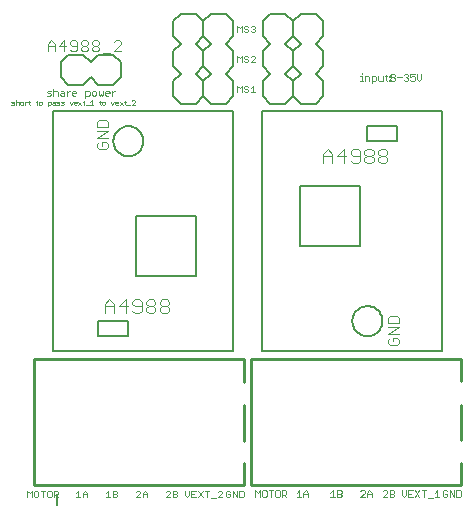
<source format=gto>
G75*
G70*
%OFA0B0*%
%FSLAX24Y24*%
%IPPOS*%
%LPD*%
%AMOC8*
5,1,8,0,0,1.08239X$1,22.5*
%
%ADD10C,0.0050*%
%ADD11C,0.0040*%
%ADD12C,0.0030*%
%ADD13C,0.0080*%
%ADD14C,0.0100*%
%ADD15C,0.0020*%
%ADD16C,0.0010*%
D10*
X001425Y000258D02*
X001425Y000633D01*
X001300Y005383D02*
X001300Y013383D01*
X007300Y013383D01*
X007300Y005383D01*
X001300Y005383D01*
X002800Y005883D02*
X002800Y006383D01*
X003800Y006383D01*
X003800Y005883D01*
X002800Y005883D01*
X004050Y007883D02*
X004050Y009883D01*
X006050Y009883D01*
X006050Y007883D01*
X004050Y007883D01*
X003800Y011883D02*
X003756Y011885D01*
X003713Y011891D01*
X003671Y011900D01*
X003629Y011913D01*
X003589Y011930D01*
X003550Y011950D01*
X003513Y011973D01*
X003479Y012000D01*
X003446Y012029D01*
X003417Y012062D01*
X003390Y012096D01*
X003367Y012133D01*
X003347Y012172D01*
X003330Y012212D01*
X003317Y012254D01*
X003308Y012296D01*
X003302Y012339D01*
X003300Y012383D01*
X003302Y012427D01*
X003308Y012470D01*
X003317Y012512D01*
X003330Y012554D01*
X003347Y012594D01*
X003367Y012633D01*
X003390Y012670D01*
X003417Y012704D01*
X003446Y012737D01*
X003479Y012766D01*
X003513Y012793D01*
X003550Y012816D01*
X003589Y012836D01*
X003629Y012853D01*
X003671Y012866D01*
X003713Y012875D01*
X003756Y012881D01*
X003800Y012883D01*
X003844Y012881D01*
X003887Y012875D01*
X003929Y012866D01*
X003971Y012853D01*
X004011Y012836D01*
X004050Y012816D01*
X004087Y012793D01*
X004121Y012766D01*
X004154Y012737D01*
X004183Y012704D01*
X004210Y012670D01*
X004233Y012633D01*
X004253Y012594D01*
X004270Y012554D01*
X004283Y012512D01*
X004292Y012470D01*
X004298Y012427D01*
X004300Y012383D01*
X004298Y012339D01*
X004292Y012296D01*
X004283Y012254D01*
X004270Y012212D01*
X004253Y012172D01*
X004233Y012133D01*
X004210Y012096D01*
X004183Y012062D01*
X004154Y012029D01*
X004121Y012000D01*
X004087Y011973D01*
X004050Y011950D01*
X004011Y011930D01*
X003971Y011913D01*
X003929Y011900D01*
X003887Y011891D01*
X003844Y011885D01*
X003800Y011883D01*
X008271Y013388D02*
X008271Y005388D01*
X014271Y005388D01*
X014271Y013388D01*
X008271Y013388D01*
X009521Y010888D02*
X009521Y008888D01*
X011521Y008888D01*
X011521Y010888D01*
X009521Y010888D01*
X011771Y012388D02*
X012771Y012388D01*
X012771Y012888D01*
X011771Y012888D01*
X011771Y012388D01*
X011771Y006888D02*
X011815Y006886D01*
X011858Y006880D01*
X011900Y006871D01*
X011942Y006858D01*
X011982Y006841D01*
X012021Y006821D01*
X012058Y006798D01*
X012092Y006771D01*
X012125Y006742D01*
X012154Y006709D01*
X012181Y006675D01*
X012204Y006638D01*
X012224Y006599D01*
X012241Y006559D01*
X012254Y006517D01*
X012263Y006475D01*
X012269Y006432D01*
X012271Y006388D01*
X012269Y006344D01*
X012263Y006301D01*
X012254Y006259D01*
X012241Y006217D01*
X012224Y006177D01*
X012204Y006138D01*
X012181Y006101D01*
X012154Y006067D01*
X012125Y006034D01*
X012092Y006005D01*
X012058Y005978D01*
X012021Y005955D01*
X011982Y005935D01*
X011942Y005918D01*
X011900Y005905D01*
X011858Y005896D01*
X011815Y005890D01*
X011771Y005888D01*
X011727Y005890D01*
X011684Y005896D01*
X011642Y005905D01*
X011600Y005918D01*
X011560Y005935D01*
X011521Y005955D01*
X011484Y005978D01*
X011450Y006005D01*
X011417Y006034D01*
X011388Y006067D01*
X011361Y006101D01*
X011338Y006138D01*
X011318Y006177D01*
X011301Y006217D01*
X011288Y006259D01*
X011279Y006301D01*
X011273Y006344D01*
X011271Y006388D01*
X011273Y006432D01*
X011279Y006475D01*
X011288Y006517D01*
X011301Y006559D01*
X011318Y006599D01*
X011338Y006638D01*
X011361Y006675D01*
X011388Y006709D01*
X011417Y006742D01*
X011450Y006771D01*
X011484Y006798D01*
X011521Y006821D01*
X011560Y006841D01*
X011600Y006858D01*
X011642Y006871D01*
X011684Y006880D01*
X011727Y006886D01*
X011771Y006888D01*
D11*
X011749Y011658D02*
X011672Y011735D01*
X011672Y011812D01*
X011749Y011888D01*
X011903Y011888D01*
X011979Y011812D01*
X011979Y011735D01*
X011903Y011658D01*
X011749Y011658D01*
X011749Y011888D02*
X011672Y011965D01*
X011672Y012042D01*
X011749Y012119D01*
X011903Y012119D01*
X011979Y012042D01*
X011979Y011965D01*
X011903Y011888D01*
X012133Y011812D02*
X012133Y011735D01*
X012210Y011658D01*
X012363Y011658D01*
X012440Y011735D01*
X012440Y011812D01*
X012363Y011888D01*
X012210Y011888D01*
X012133Y011965D01*
X012133Y012042D01*
X012210Y012119D01*
X012363Y012119D01*
X012440Y012042D01*
X012440Y011965D01*
X012363Y011888D01*
X012210Y011888D02*
X012133Y011812D01*
X011519Y011888D02*
X011289Y011888D01*
X011212Y011965D01*
X011212Y012042D01*
X011289Y012119D01*
X011442Y012119D01*
X011519Y012042D01*
X011519Y011735D01*
X011442Y011658D01*
X011289Y011658D01*
X011212Y011735D01*
X011059Y011888D02*
X010752Y011888D01*
X010982Y012119D01*
X010982Y011658D01*
X010598Y011658D02*
X010598Y011965D01*
X010445Y012119D01*
X010291Y011965D01*
X010291Y011658D01*
X010291Y011888D02*
X010598Y011888D01*
X005167Y007036D02*
X005167Y006959D01*
X005090Y006883D01*
X004936Y006883D01*
X004860Y006959D01*
X004860Y007036D01*
X004936Y007113D01*
X005090Y007113D01*
X005167Y007036D01*
X005090Y006883D02*
X005167Y006806D01*
X005167Y006729D01*
X005090Y006653D01*
X004936Y006653D01*
X004860Y006729D01*
X004860Y006806D01*
X004936Y006883D01*
X004706Y006959D02*
X004630Y006883D01*
X004476Y006883D01*
X004399Y006959D01*
X004399Y007036D01*
X004476Y007113D01*
X004630Y007113D01*
X004706Y007036D01*
X004706Y006959D01*
X004630Y006883D02*
X004706Y006806D01*
X004706Y006729D01*
X004630Y006653D01*
X004476Y006653D01*
X004399Y006729D01*
X004399Y006806D01*
X004476Y006883D01*
X004246Y006883D02*
X004016Y006883D01*
X003939Y006959D01*
X003939Y007036D01*
X004016Y007113D01*
X004169Y007113D01*
X004246Y007036D01*
X004246Y006729D01*
X004169Y006653D01*
X004016Y006653D01*
X003939Y006729D01*
X003785Y006883D02*
X003479Y006883D01*
X003709Y007113D01*
X003709Y006653D01*
X003325Y006653D02*
X003325Y006959D01*
X003172Y007113D01*
X003018Y006959D01*
X003018Y006653D01*
X003018Y006883D02*
X003325Y006883D01*
D12*
X003058Y012113D02*
X002812Y012113D01*
X002750Y012174D01*
X002750Y012298D01*
X002812Y012359D01*
X002935Y012359D02*
X002935Y012236D01*
X002935Y012359D02*
X003058Y012359D01*
X003120Y012298D01*
X003120Y012174D01*
X003058Y012113D01*
X003120Y012481D02*
X002750Y012481D01*
X003120Y012728D01*
X002750Y012728D01*
X002750Y012849D02*
X002750Y013034D01*
X002812Y013096D01*
X003058Y013096D01*
X003120Y013034D01*
X003120Y012849D01*
X002750Y012849D01*
X002953Y015311D02*
X003200Y015311D01*
X003322Y015373D02*
X003569Y015619D01*
X003569Y015681D01*
X003507Y015743D01*
X003384Y015743D01*
X003322Y015681D01*
X003322Y015373D02*
X003569Y015373D01*
X002832Y015434D02*
X002770Y015373D01*
X002647Y015373D01*
X002585Y015434D01*
X002585Y015496D01*
X002647Y015558D01*
X002770Y015558D01*
X002832Y015496D01*
X002832Y015434D01*
X002770Y015558D02*
X002832Y015619D01*
X002832Y015681D01*
X002770Y015743D01*
X002647Y015743D01*
X002585Y015681D01*
X002585Y015619D01*
X002647Y015558D01*
X002464Y015619D02*
X002402Y015558D01*
X002279Y015558D01*
X002217Y015619D01*
X002217Y015681D01*
X002279Y015743D01*
X002402Y015743D01*
X002464Y015681D01*
X002464Y015619D01*
X002402Y015558D02*
X002464Y015496D01*
X002464Y015434D01*
X002402Y015373D01*
X002279Y015373D01*
X002217Y015434D01*
X002217Y015496D01*
X002279Y015558D01*
X002095Y015558D02*
X001910Y015558D01*
X001849Y015619D01*
X001849Y015681D01*
X001910Y015743D01*
X002034Y015743D01*
X002095Y015681D01*
X002095Y015434D01*
X002034Y015373D01*
X001910Y015373D01*
X001849Y015434D01*
X001727Y015558D02*
X001480Y015558D01*
X001665Y015743D01*
X001665Y015373D01*
X001359Y015373D02*
X001359Y015619D01*
X001235Y015743D01*
X001112Y015619D01*
X001112Y015373D01*
X001112Y015558D02*
X001359Y015558D01*
X012451Y006505D02*
X012451Y006320D01*
X012821Y006320D01*
X012821Y006505D01*
X012760Y006567D01*
X012513Y006567D01*
X012451Y006505D01*
X012451Y006198D02*
X012821Y006198D01*
X012451Y005952D01*
X012821Y005952D01*
X012760Y005830D02*
X012636Y005830D01*
X012636Y005707D01*
X012513Y005830D02*
X012451Y005768D01*
X012451Y005645D01*
X012513Y005583D01*
X012760Y005583D01*
X012821Y005645D01*
X012821Y005768D01*
X012760Y005830D01*
D13*
X010054Y013633D02*
X009554Y013633D01*
X009304Y013883D01*
X009304Y014383D01*
X009554Y014633D01*
X009304Y014883D01*
X009304Y015383D01*
X009554Y015633D01*
X009304Y015883D01*
X009304Y016383D01*
X009554Y016633D01*
X010054Y016633D01*
X010304Y016383D01*
X010304Y015883D01*
X010054Y015633D01*
X010304Y015383D01*
X010304Y014883D01*
X010054Y014633D01*
X010304Y014383D01*
X010304Y013883D01*
X010054Y013633D01*
X009276Y013885D02*
X009026Y013635D01*
X008526Y013635D01*
X008276Y013885D01*
X008276Y014385D01*
X008526Y014635D01*
X008276Y014885D01*
X008276Y015385D01*
X008526Y015635D01*
X008276Y015885D01*
X008276Y016385D01*
X008526Y016635D01*
X009026Y016635D01*
X009276Y016385D01*
X009276Y015885D01*
X009026Y015635D01*
X009276Y015385D01*
X009276Y014885D01*
X009026Y014635D01*
X009276Y014385D01*
X009276Y013885D01*
X007300Y013883D02*
X007050Y013633D01*
X006550Y013633D01*
X006300Y013883D01*
X006300Y014383D01*
X006550Y014633D01*
X006300Y014883D01*
X006300Y015383D01*
X006550Y015633D01*
X006300Y015883D01*
X006300Y016383D01*
X006550Y016633D01*
X007050Y016633D01*
X007300Y016383D01*
X007300Y015883D01*
X007050Y015633D01*
X007300Y015383D01*
X007300Y014883D01*
X007050Y014633D01*
X007300Y014383D01*
X007300Y013883D01*
X006300Y013883D02*
X006050Y013633D01*
X005550Y013633D01*
X005300Y013883D01*
X005300Y014383D01*
X005550Y014633D01*
X005300Y014883D01*
X005300Y015383D01*
X005550Y015633D01*
X005300Y015883D01*
X005300Y016383D01*
X005550Y016633D01*
X006050Y016633D01*
X006300Y016383D01*
X006300Y015883D01*
X006050Y015633D01*
X006300Y015383D01*
X006300Y014883D01*
X006050Y014633D01*
X006300Y014383D01*
X006300Y013883D01*
X003550Y014508D02*
X003300Y014258D01*
X002800Y014258D01*
X002550Y014508D01*
X002300Y014258D01*
X001800Y014258D01*
X001550Y014508D01*
X001550Y015008D01*
X001800Y015258D01*
X002300Y015258D01*
X002550Y015008D01*
X002800Y015258D01*
X003300Y015258D01*
X003550Y015008D01*
X003550Y014508D01*
D14*
X000646Y005111D02*
X007654Y005111D01*
X007654Y004370D01*
X007876Y005115D02*
X014884Y005115D01*
X014884Y004375D01*
X014884Y003588D02*
X014884Y002407D01*
X014884Y001659D02*
X014884Y000911D01*
X007876Y000911D01*
X007876Y005115D01*
X007654Y003583D02*
X007654Y002402D01*
X007654Y001654D02*
X007654Y000906D01*
X000646Y000906D01*
X000646Y005111D01*
D15*
X000435Y000738D02*
X000435Y000518D01*
X000582Y000518D02*
X000582Y000738D01*
X000508Y000665D01*
X000435Y000738D01*
X000656Y000702D02*
X000656Y000555D01*
X000693Y000518D01*
X000766Y000518D01*
X000803Y000555D01*
X000803Y000702D01*
X000766Y000738D01*
X000693Y000738D01*
X000656Y000702D01*
X000877Y000738D02*
X001024Y000738D01*
X000950Y000738D02*
X000950Y000518D01*
X001098Y000555D02*
X001098Y000702D01*
X001135Y000738D01*
X001208Y000738D01*
X001245Y000702D01*
X001245Y000555D01*
X001208Y000518D01*
X001135Y000518D01*
X001098Y000555D01*
X001319Y000592D02*
X001429Y000592D01*
X001466Y000628D01*
X001466Y000702D01*
X001429Y000738D01*
X001319Y000738D01*
X001319Y000518D01*
X001392Y000592D02*
X001466Y000518D01*
X002060Y000518D02*
X002207Y000518D01*
X002133Y000518D02*
X002133Y000738D01*
X002060Y000665D01*
X002281Y000665D02*
X002281Y000518D01*
X002281Y000628D02*
X002428Y000628D01*
X002428Y000665D02*
X002428Y000518D01*
X002428Y000665D02*
X002354Y000738D01*
X002281Y000665D01*
X003060Y000665D02*
X003133Y000738D01*
X003133Y000518D01*
X003060Y000518D02*
X003207Y000518D01*
X003281Y000518D02*
X003281Y000738D01*
X003391Y000738D01*
X003428Y000702D01*
X003428Y000665D01*
X003391Y000628D01*
X003281Y000628D01*
X003281Y000518D02*
X003391Y000518D01*
X003428Y000555D01*
X003428Y000592D01*
X003391Y000628D01*
X004060Y000702D02*
X004097Y000738D01*
X004170Y000738D01*
X004207Y000702D01*
X004207Y000665D01*
X004060Y000518D01*
X004207Y000518D01*
X004281Y000518D02*
X004281Y000665D01*
X004354Y000738D01*
X004428Y000665D01*
X004428Y000518D01*
X004428Y000628D02*
X004281Y000628D01*
X005060Y000702D02*
X005097Y000738D01*
X005170Y000738D01*
X005207Y000702D01*
X005207Y000665D01*
X005060Y000518D01*
X005207Y000518D01*
X005281Y000518D02*
X005391Y000518D01*
X005428Y000555D01*
X005428Y000592D01*
X005391Y000628D01*
X005281Y000628D01*
X005281Y000518D02*
X005281Y000738D01*
X005391Y000738D01*
X005428Y000702D01*
X005428Y000665D01*
X005391Y000628D01*
X005685Y000592D02*
X005758Y000518D01*
X005832Y000592D01*
X005832Y000738D01*
X005906Y000738D02*
X005906Y000518D01*
X006053Y000518D01*
X006127Y000518D02*
X006274Y000738D01*
X006348Y000738D02*
X006495Y000738D01*
X006421Y000738D02*
X006421Y000518D01*
X006274Y000518D02*
X006127Y000738D01*
X006053Y000738D02*
X005906Y000738D01*
X005906Y000628D02*
X005979Y000628D01*
X005685Y000592D02*
X005685Y000738D01*
X006569Y000482D02*
X006716Y000482D01*
X006790Y000518D02*
X006937Y000665D01*
X006937Y000702D01*
X006900Y000738D01*
X006827Y000738D01*
X006790Y000702D01*
X006790Y000518D02*
X006937Y000518D01*
X007060Y000555D02*
X007060Y000702D01*
X007097Y000738D01*
X007170Y000738D01*
X007207Y000702D01*
X007207Y000628D02*
X007133Y000628D01*
X007207Y000628D02*
X007207Y000555D01*
X007170Y000518D01*
X007097Y000518D01*
X007060Y000555D01*
X007281Y000518D02*
X007281Y000738D01*
X007428Y000518D01*
X007428Y000738D01*
X007502Y000738D02*
X007502Y000518D01*
X007612Y000518D01*
X007649Y000555D01*
X007649Y000702D01*
X007612Y000738D01*
X007502Y000738D01*
X008040Y000743D02*
X008040Y000523D01*
X008187Y000523D02*
X008187Y000743D01*
X008113Y000670D01*
X008040Y000743D01*
X008261Y000706D02*
X008261Y000560D01*
X008298Y000523D01*
X008371Y000523D01*
X008408Y000560D01*
X008408Y000706D01*
X008371Y000743D01*
X008298Y000743D01*
X008261Y000706D01*
X008482Y000743D02*
X008629Y000743D01*
X008555Y000743D02*
X008555Y000523D01*
X008703Y000560D02*
X008703Y000706D01*
X008740Y000743D01*
X008813Y000743D01*
X008850Y000706D01*
X008850Y000560D01*
X008813Y000523D01*
X008740Y000523D01*
X008703Y000560D01*
X008924Y000596D02*
X009034Y000596D01*
X009071Y000633D01*
X009071Y000706D01*
X009034Y000743D01*
X008924Y000743D01*
X008924Y000523D01*
X008997Y000596D02*
X009071Y000523D01*
X009415Y000523D02*
X009562Y000523D01*
X009488Y000523D02*
X009488Y000743D01*
X009415Y000670D01*
X009636Y000670D02*
X009636Y000523D01*
X009636Y000633D02*
X009783Y000633D01*
X009783Y000670D02*
X009783Y000523D01*
X009783Y000670D02*
X009709Y000743D01*
X009636Y000670D01*
X010540Y000670D02*
X010613Y000743D01*
X010613Y000523D01*
X010540Y000523D02*
X010687Y000523D01*
X010761Y000523D02*
X010761Y000743D01*
X010871Y000743D01*
X010908Y000706D01*
X010908Y000670D01*
X010871Y000633D01*
X010761Y000633D01*
X010871Y000633D02*
X010908Y000596D01*
X010908Y000560D01*
X010871Y000523D01*
X010761Y000523D01*
X011540Y000523D02*
X011687Y000670D01*
X011687Y000706D01*
X011650Y000743D01*
X011577Y000743D01*
X011540Y000706D01*
X011540Y000523D02*
X011687Y000523D01*
X011761Y000523D02*
X011761Y000670D01*
X011834Y000743D01*
X011908Y000670D01*
X011908Y000523D01*
X011908Y000633D02*
X011761Y000633D01*
X012290Y000706D02*
X012327Y000743D01*
X012400Y000743D01*
X012437Y000706D01*
X012437Y000670D01*
X012290Y000523D01*
X012437Y000523D01*
X012511Y000523D02*
X012621Y000523D01*
X012658Y000560D01*
X012658Y000596D01*
X012621Y000633D01*
X012511Y000633D01*
X012621Y000633D02*
X012658Y000670D01*
X012658Y000706D01*
X012621Y000743D01*
X012511Y000743D01*
X012511Y000523D01*
X012915Y000596D02*
X012988Y000523D01*
X013062Y000596D01*
X013062Y000743D01*
X013136Y000743D02*
X013136Y000523D01*
X013283Y000523D01*
X013357Y000523D02*
X013504Y000743D01*
X013578Y000743D02*
X013725Y000743D01*
X013651Y000743D02*
X013651Y000523D01*
X013504Y000523D02*
X013357Y000743D01*
X013283Y000743D02*
X013136Y000743D01*
X013136Y000633D02*
X013209Y000633D01*
X012915Y000596D02*
X012915Y000743D01*
X013799Y000486D02*
X013946Y000486D01*
X014020Y000523D02*
X014167Y000523D01*
X014093Y000523D02*
X014093Y000743D01*
X014020Y000670D01*
X014290Y000706D02*
X014290Y000560D01*
X014327Y000523D01*
X014400Y000523D01*
X014437Y000560D01*
X014437Y000633D01*
X014363Y000633D01*
X014290Y000706D02*
X014327Y000743D01*
X014400Y000743D01*
X014437Y000706D01*
X014511Y000743D02*
X014658Y000523D01*
X014658Y000743D01*
X014732Y000743D02*
X014732Y000523D01*
X014842Y000523D01*
X014879Y000560D01*
X014879Y000706D01*
X014842Y000743D01*
X014732Y000743D01*
X014511Y000743D02*
X014511Y000523D01*
X008024Y014018D02*
X007877Y014018D01*
X007950Y014018D02*
X007950Y014238D01*
X007877Y014165D01*
X007803Y014202D02*
X007766Y014238D01*
X007693Y014238D01*
X007656Y014202D01*
X007656Y014165D01*
X007693Y014128D01*
X007766Y014128D01*
X007803Y014092D01*
X007803Y014055D01*
X007766Y014018D01*
X007693Y014018D01*
X007656Y014055D01*
X007582Y014018D02*
X007582Y014238D01*
X007508Y014165D01*
X007435Y014238D01*
X007435Y014018D01*
X007435Y015018D02*
X007435Y015238D01*
X007508Y015165D01*
X007582Y015238D01*
X007582Y015018D01*
X007656Y015055D02*
X007693Y015018D01*
X007766Y015018D01*
X007803Y015055D01*
X007803Y015092D01*
X007766Y015128D01*
X007693Y015128D01*
X007656Y015165D01*
X007656Y015202D01*
X007693Y015238D01*
X007766Y015238D01*
X007803Y015202D01*
X007877Y015202D02*
X007914Y015238D01*
X007987Y015238D01*
X008024Y015202D01*
X008024Y015165D01*
X007877Y015018D01*
X008024Y015018D01*
X007987Y016018D02*
X007914Y016018D01*
X007877Y016055D01*
X007803Y016055D02*
X007766Y016018D01*
X007693Y016018D01*
X007656Y016055D01*
X007693Y016128D02*
X007766Y016128D01*
X007803Y016092D01*
X007803Y016055D01*
X007693Y016128D02*
X007656Y016165D01*
X007656Y016202D01*
X007693Y016238D01*
X007766Y016238D01*
X007803Y016202D01*
X007877Y016202D02*
X007914Y016238D01*
X007987Y016238D01*
X008024Y016202D01*
X008024Y016165D01*
X007987Y016128D01*
X008024Y016092D01*
X008024Y016055D01*
X007987Y016018D01*
X007987Y016128D02*
X007950Y016128D01*
X007582Y016238D02*
X007582Y016018D01*
X007435Y016018D02*
X007435Y016238D01*
X007508Y016165D01*
X007582Y016238D01*
X011577Y014655D02*
X011577Y014618D01*
X011577Y014545D02*
X011577Y014398D01*
X011613Y014398D02*
X011540Y014398D01*
X011540Y014545D02*
X011577Y014545D01*
X011687Y014545D02*
X011687Y014398D01*
X011687Y014545D02*
X011797Y014545D01*
X011834Y014508D01*
X011834Y014398D01*
X011908Y014398D02*
X012018Y014398D01*
X012055Y014435D01*
X012055Y014508D01*
X012018Y014545D01*
X011908Y014545D01*
X011908Y014325D01*
X012129Y014435D02*
X012166Y014398D01*
X012276Y014398D01*
X012276Y014545D01*
X012350Y014545D02*
X012424Y014545D01*
X012387Y014581D02*
X012387Y014435D01*
X012424Y014398D01*
X012498Y014398D02*
X012498Y014435D01*
X012534Y014435D01*
X012534Y014398D01*
X012498Y014398D01*
X012540Y014435D02*
X012540Y014471D01*
X012577Y014508D01*
X012650Y014508D01*
X012687Y014471D01*
X012687Y014435D01*
X012650Y014398D01*
X012577Y014398D01*
X012540Y014435D01*
X012534Y014508D02*
X012498Y014508D01*
X012498Y014545D01*
X012534Y014545D01*
X012534Y014508D01*
X012540Y014545D02*
X012540Y014581D01*
X012577Y014618D01*
X012650Y014618D01*
X012687Y014581D01*
X012687Y014545D01*
X012650Y014508D01*
X012577Y014508D02*
X012540Y014545D01*
X012761Y014508D02*
X012908Y014508D01*
X012982Y014435D02*
X013019Y014398D01*
X013092Y014398D01*
X013129Y014435D01*
X013129Y014471D01*
X013092Y014508D01*
X013055Y014508D01*
X013092Y014508D02*
X013129Y014545D01*
X013129Y014581D01*
X013092Y014618D01*
X013019Y014618D01*
X012982Y014581D01*
X013203Y014618D02*
X013203Y014508D01*
X013276Y014545D01*
X013313Y014545D01*
X013350Y014508D01*
X013350Y014435D01*
X013313Y014398D01*
X013240Y014398D01*
X013203Y014435D01*
X013203Y014618D02*
X013350Y014618D01*
X013424Y014618D02*
X013424Y014471D01*
X013497Y014398D01*
X013571Y014471D01*
X013571Y014618D01*
X012129Y014545D02*
X012129Y014435D01*
X003361Y014050D02*
X003324Y014050D01*
X003251Y013977D01*
X003251Y014050D02*
X003251Y013903D01*
X003177Y013977D02*
X003030Y013977D01*
X003030Y014013D02*
X003067Y014050D01*
X003140Y014050D01*
X003177Y014013D01*
X003177Y013977D01*
X003140Y013903D02*
X003067Y013903D01*
X003030Y013940D01*
X003030Y014013D01*
X002956Y014050D02*
X002956Y013940D01*
X002919Y013903D01*
X002882Y013940D01*
X002846Y013903D01*
X002809Y013940D01*
X002809Y014050D01*
X002735Y014013D02*
X002698Y014050D01*
X002625Y014050D01*
X002588Y014013D01*
X002588Y013940D01*
X002625Y013903D01*
X002698Y013903D01*
X002735Y013940D01*
X002735Y014013D01*
X002514Y014013D02*
X002514Y013940D01*
X002477Y013903D01*
X002367Y013903D01*
X002367Y013830D02*
X002367Y014050D01*
X002477Y014050D01*
X002514Y014013D01*
X002072Y014013D02*
X002072Y013977D01*
X001925Y013977D01*
X001925Y014013D02*
X001962Y014050D01*
X002035Y014050D01*
X002072Y014013D01*
X002035Y013903D02*
X001962Y013903D01*
X001925Y013940D01*
X001925Y014013D01*
X001851Y014050D02*
X001814Y014050D01*
X001741Y013977D01*
X001741Y014050D02*
X001741Y013903D01*
X001667Y013903D02*
X001556Y013903D01*
X001520Y013940D01*
X001556Y013977D01*
X001667Y013977D01*
X001667Y014013D02*
X001667Y013903D01*
X001667Y014013D02*
X001630Y014050D01*
X001556Y014050D01*
X001446Y014013D02*
X001446Y013903D01*
X001446Y014013D02*
X001409Y014050D01*
X001335Y014050D01*
X001299Y014013D01*
X001225Y014050D02*
X001114Y014050D01*
X001078Y014013D01*
X001114Y013977D01*
X001188Y013977D01*
X001225Y013940D01*
X001188Y013903D01*
X001078Y013903D01*
X001299Y013903D02*
X001299Y014123D01*
D16*
X001281Y013703D02*
X001331Y013703D01*
X001356Y013678D01*
X001356Y013603D01*
X001281Y013603D01*
X001256Y013628D01*
X001281Y013653D01*
X001356Y013653D01*
X001403Y013678D02*
X001428Y013703D01*
X001503Y013703D01*
X001550Y013678D02*
X001575Y013653D01*
X001626Y013653D01*
X001651Y013628D01*
X001626Y013603D01*
X001550Y013603D01*
X001503Y013628D02*
X001478Y013653D01*
X001428Y013653D01*
X001403Y013678D01*
X001403Y013603D02*
X001478Y013603D01*
X001503Y013628D01*
X001550Y013678D02*
X001575Y013703D01*
X001651Y013703D01*
X001845Y013703D02*
X001895Y013603D01*
X001945Y013703D01*
X001992Y013678D02*
X001992Y013628D01*
X002017Y013603D01*
X002067Y013603D01*
X002093Y013653D02*
X001992Y013653D01*
X001992Y013678D02*
X002017Y013703D01*
X002067Y013703D01*
X002093Y013678D01*
X002093Y013653D01*
X002140Y013603D02*
X002240Y013703D01*
X002287Y013703D02*
X002337Y013703D01*
X002312Y013728D02*
X002312Y013628D01*
X002337Y013603D01*
X002385Y013578D02*
X002485Y013578D01*
X002533Y013603D02*
X002633Y013603D01*
X002583Y013603D02*
X002583Y013753D01*
X002533Y013703D01*
X002827Y013703D02*
X002877Y013703D01*
X002852Y013728D02*
X002852Y013628D01*
X002877Y013603D01*
X002925Y013628D02*
X002925Y013678D01*
X002951Y013703D01*
X003001Y013703D01*
X003026Y013678D01*
X003026Y013628D01*
X003001Y013603D01*
X002951Y013603D01*
X002925Y013628D01*
X003220Y013703D02*
X003270Y013603D01*
X003320Y013703D01*
X003367Y013678D02*
X003367Y013628D01*
X003392Y013603D01*
X003443Y013603D01*
X003468Y013653D02*
X003367Y013653D01*
X003367Y013678D02*
X003392Y013703D01*
X003443Y013703D01*
X003468Y013678D01*
X003468Y013653D01*
X003515Y013603D02*
X003615Y013703D01*
X003662Y013703D02*
X003712Y013703D01*
X003687Y013728D02*
X003687Y013628D01*
X003712Y013603D01*
X003760Y013578D02*
X003860Y013578D01*
X003908Y013603D02*
X004008Y013703D01*
X004008Y013728D01*
X003983Y013753D01*
X003933Y013753D01*
X003908Y013728D01*
X003908Y013603D02*
X004008Y013603D01*
X003615Y013603D02*
X003515Y013703D01*
X002240Y013603D02*
X002140Y013703D01*
X001209Y013678D02*
X001209Y013628D01*
X001184Y013603D01*
X001108Y013603D01*
X001108Y013553D02*
X001108Y013703D01*
X001184Y013703D01*
X001209Y013678D01*
X000914Y013678D02*
X000914Y013628D01*
X000889Y013603D01*
X000839Y013603D01*
X000814Y013628D01*
X000814Y013678D01*
X000839Y013703D01*
X000889Y013703D01*
X000914Y013678D01*
X000766Y013703D02*
X000716Y013703D01*
X000741Y013728D02*
X000741Y013628D01*
X000766Y013603D01*
X000520Y013603D02*
X000495Y013628D01*
X000495Y013728D01*
X000470Y013703D02*
X000520Y013703D01*
X000422Y013703D02*
X000397Y013703D01*
X000347Y013653D01*
X000347Y013603D02*
X000347Y013703D01*
X000300Y013678D02*
X000300Y013628D01*
X000275Y013603D01*
X000225Y013603D01*
X000200Y013628D01*
X000200Y013678D01*
X000225Y013703D01*
X000275Y013703D01*
X000300Y013678D01*
X000153Y013678D02*
X000153Y013603D01*
X000153Y013678D02*
X000128Y013703D01*
X000078Y013703D01*
X000053Y013678D01*
X000005Y013703D02*
X-000070Y013703D01*
X-000095Y013678D01*
X-000070Y013653D01*
X-000020Y013653D01*
X000005Y013628D01*
X-000020Y013603D01*
X-000095Y013603D01*
X000053Y013603D02*
X000053Y013753D01*
M02*

</source>
